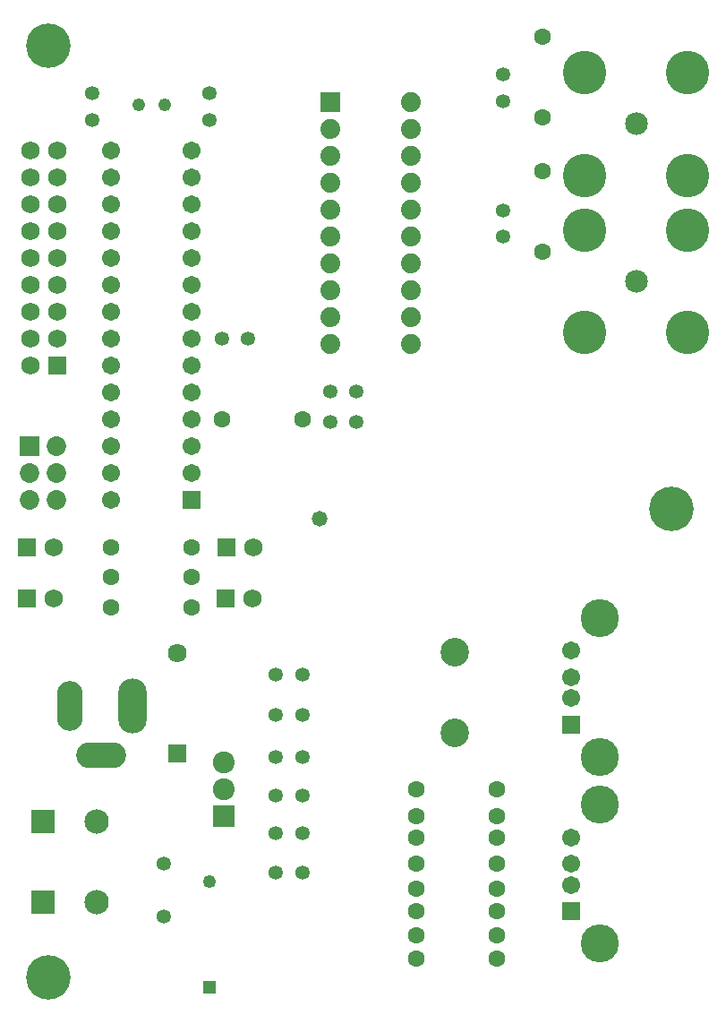
<source format=gbs>
G04*
G04 #@! TF.GenerationSoftware,Altium Limited,Altium Designer,22.10.1 (41)*
G04*
G04 Layer_Color=16711935*
%FSLAX25Y25*%
%MOIN*%
G70*
G04*
G04 #@! TF.SameCoordinates,0999A839-FE00-46F6-A3B1-7260279DBB53*
G04*
G04*
G04 #@! TF.FilePolarity,Negative*
G04*
G01*
G75*
%ADD19C,0.10642*%
%ADD20C,0.05328*%
%ADD21C,0.07400*%
%ADD22R,0.07400X0.07400*%
%ADD23C,0.16548*%
%ADD24C,0.04921*%
%ADD25R,0.04921X0.04921*%
%ADD26C,0.08123*%
%ADD27R,0.08123X0.08123*%
%ADD28C,0.08477*%
%ADD29C,0.16217*%
%ADD30C,0.06312*%
%ADD31C,0.09068*%
%ADD32R,0.09068X0.09068*%
%ADD33C,0.07296*%
%ADD34R,0.07296X0.07296*%
%ADD35C,0.06824*%
%ADD36R,0.06824X0.06824*%
%ADD37R,0.06824X0.06824*%
%ADD38R,0.06737X0.06737*%
%ADD39C,0.06737*%
%ADD40C,0.14170*%
%ADD41C,0.04855*%
%ADD42C,0.06706*%
%ADD43R,0.06706X0.06706*%
%ADD44O,0.18517X0.09658*%
%ADD45O,0.09658X0.18517*%
%ADD46O,0.10642X0.20485*%
%ADD47R,0.07060X0.07060*%
%ADD48C,0.07060*%
%ADD49C,0.05800*%
D19*
X177000Y135461D02*
D03*
Y105539D02*
D03*
D20*
X195000Y290000D02*
D03*
Y299843D02*
D03*
Y350421D02*
D03*
Y340579D02*
D03*
X120173Y53516D02*
D03*
X110331D02*
D03*
X120173Y68016D02*
D03*
X110331D02*
D03*
X120173Y82016D02*
D03*
X110331D02*
D03*
X120173Y96516D02*
D03*
X110331D02*
D03*
X120173Y112016D02*
D03*
X110331D02*
D03*
X120173Y127016D02*
D03*
X110331D02*
D03*
X130579Y221000D02*
D03*
X140421D02*
D03*
X130579Y232500D02*
D03*
X140421D02*
D03*
X100016Y252000D02*
D03*
X90173D02*
D03*
X85500Y333500D02*
D03*
Y343343D02*
D03*
X42000D02*
D03*
Y333500D02*
D03*
X68500Y37098D02*
D03*
Y56783D02*
D03*
D21*
X160500Y340000D02*
D03*
Y330000D02*
D03*
Y320000D02*
D03*
Y310000D02*
D03*
Y300000D02*
D03*
Y290000D02*
D03*
Y280000D02*
D03*
Y270000D02*
D03*
Y260000D02*
D03*
Y250000D02*
D03*
X130500D02*
D03*
Y260000D02*
D03*
Y270000D02*
D03*
Y280000D02*
D03*
Y290000D02*
D03*
Y300000D02*
D03*
Y310000D02*
D03*
Y320000D02*
D03*
Y330000D02*
D03*
D22*
Y340000D02*
D03*
D23*
X25500Y14500D02*
D03*
Y361000D02*
D03*
X257500Y188750D02*
D03*
D24*
X85500Y50185D02*
D03*
D25*
Y10815D02*
D03*
D26*
X91000Y94500D02*
D03*
Y84500D02*
D03*
D27*
Y74500D02*
D03*
D28*
X244500Y332000D02*
D03*
Y273500D02*
D03*
D29*
X263594Y351094D02*
D03*
X225406D02*
D03*
Y312906D02*
D03*
X263594D02*
D03*
Y292594D02*
D03*
X225406D02*
D03*
Y254406D02*
D03*
X263594D02*
D03*
D30*
X192500Y21594D02*
D03*
X162500D02*
D03*
X192500Y30094D02*
D03*
X162500D02*
D03*
X192500Y39094D02*
D03*
X162500D02*
D03*
X192500Y47594D02*
D03*
X162500D02*
D03*
X192500Y56783D02*
D03*
X162500D02*
D03*
X49000Y152000D02*
D03*
X79000D02*
D03*
X49000Y174500D02*
D03*
X79000D02*
D03*
X49000Y163500D02*
D03*
X79000D02*
D03*
X192500Y66626D02*
D03*
X162500D02*
D03*
X192500Y74500D02*
D03*
X162500D02*
D03*
X192500Y84343D02*
D03*
X162500D02*
D03*
X120173Y222000D02*
D03*
X90173D02*
D03*
X209500Y334500D02*
D03*
Y364500D02*
D03*
Y314500D02*
D03*
Y284500D02*
D03*
D31*
X43500Y42500D02*
D03*
Y72500D02*
D03*
D32*
X23500Y42500D02*
D03*
Y72500D02*
D03*
D33*
X28500Y192000D02*
D03*
Y202000D02*
D03*
Y212000D02*
D03*
X18500Y192000D02*
D03*
Y202000D02*
D03*
D34*
Y212000D02*
D03*
D35*
X19000Y322079D02*
D03*
X29000D02*
D03*
X19000Y312079D02*
D03*
X29000D02*
D03*
X19000Y302079D02*
D03*
X29000D02*
D03*
X19000Y292079D02*
D03*
X29000D02*
D03*
X19000Y282079D02*
D03*
X29000D02*
D03*
X19000Y272079D02*
D03*
X29000D02*
D03*
X19000Y262079D02*
D03*
X29000D02*
D03*
X19000Y252079D02*
D03*
X29000D02*
D03*
X19000Y242079D02*
D03*
X102000Y174500D02*
D03*
X101579Y155500D02*
D03*
X27500Y174500D02*
D03*
Y155500D02*
D03*
D36*
X29000Y242079D02*
D03*
D37*
X92000Y174500D02*
D03*
X91579Y155500D02*
D03*
X17500Y174500D02*
D03*
Y155500D02*
D03*
D38*
X220331Y39087D02*
D03*
Y108587D02*
D03*
D39*
Y48929D02*
D03*
Y56803D02*
D03*
Y66646D02*
D03*
Y118429D02*
D03*
Y126303D02*
D03*
Y136146D02*
D03*
D40*
X231000Y27000D02*
D03*
Y78732D02*
D03*
Y96500D02*
D03*
Y148232D02*
D03*
D41*
X69079Y339000D02*
D03*
X59236D02*
D03*
D42*
X49000Y322000D02*
D03*
Y312000D02*
D03*
Y302000D02*
D03*
Y292000D02*
D03*
Y282000D02*
D03*
Y272000D02*
D03*
Y262000D02*
D03*
Y252000D02*
D03*
Y242000D02*
D03*
Y232000D02*
D03*
Y222000D02*
D03*
Y212000D02*
D03*
Y202000D02*
D03*
Y192000D02*
D03*
X79000Y322000D02*
D03*
Y312000D02*
D03*
Y302000D02*
D03*
Y292000D02*
D03*
Y282000D02*
D03*
Y272000D02*
D03*
Y262000D02*
D03*
Y252000D02*
D03*
Y242000D02*
D03*
Y232000D02*
D03*
Y222000D02*
D03*
Y212000D02*
D03*
Y202000D02*
D03*
D43*
Y192000D02*
D03*
D44*
X45311Y96996D02*
D03*
D45*
X33500Y115500D02*
D03*
D46*
X57122D02*
D03*
D47*
X73500Y97740D02*
D03*
D48*
Y135260D02*
D03*
D49*
X126500Y185000D02*
D03*
M02*

</source>
